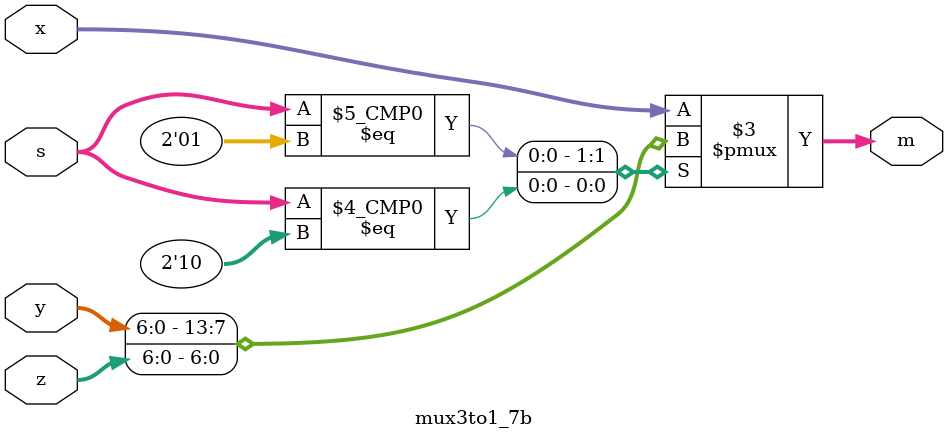
<source format=v>
module mux3to1(input [1:0] s, input x, y, z, output reg m);
    always @(*) begin
        case (s)
            1: m = y; 
            2: m = z;
            default: m = x;
        endcase
    end
endmodule

module mux3to1_8b(input [1:0] s, input [7:0] x, y, z, output reg [7:0] m);
    always @(*) begin
        case (s)
            1: m = y; 
            2: m = z;
            default: m = x;
        endcase
    end
endmodule

module mux3to1_7b(input [1:0] s, input [6:0] x, y, z, output reg [6:0] m);
    always @(*) begin
        case (s)
            1: m = y; 
            2: m = z;
            default: m = x;
        endcase
    end
endmodule
</source>
